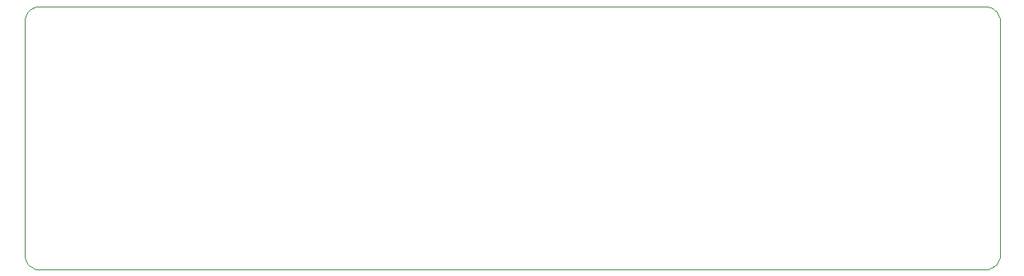
<source format=gko>
G04*
G04 #@! TF.GenerationSoftware,Altium Limited,Altium Designer,20.0.2 (26)*
G04*
G04 Layer_Color=16711935*
%FSLAX24Y24*%
%MOIN*%
G70*
G01*
G75*
%ADD78C,0.0010*%
D78*
X38780Y0D02*
X38882Y9D01*
X38982Y36D01*
X39075Y79D01*
X39159Y138D01*
X39232Y211D01*
X39291Y295D01*
X39334Y389D01*
X39361Y488D01*
X39370Y591D01*
Y10039D02*
X39361Y10142D01*
X39334Y10241D01*
X39291Y10335D01*
X39232Y10419D01*
X39159Y10492D01*
X39075Y10551D01*
X38982Y10594D01*
X38882Y10621D01*
X38780Y10630D01*
X591D02*
X488Y10621D01*
X389Y10594D01*
X295Y10551D01*
X211Y10492D01*
X138Y10419D01*
X79Y10335D01*
X36Y10241D01*
X9Y10142D01*
X0Y10039D01*
Y591D02*
X9Y488D01*
X36Y389D01*
X79Y295D01*
X138Y211D01*
X211Y138D01*
X295Y79D01*
X389Y36D01*
X488Y9D01*
X591Y0D01*
X39370Y591D02*
Y10039D01*
X591Y0D02*
X38780D01*
X591Y10630D02*
X38780D01*
X0Y591D02*
Y10039D01*
M02*

</source>
